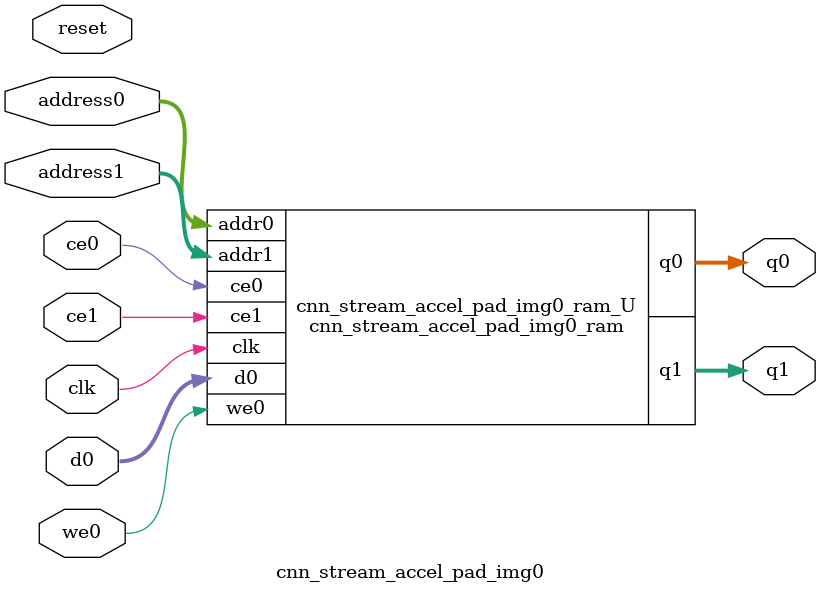
<source format=v>
`timescale 1 ns / 1 ps
module cnn_stream_accel_pad_img0_ram (addr0, ce0, d0, we0, q0, addr1, ce1, q1,  clk);

parameter DWIDTH = 32;
parameter AWIDTH = 11;
parameter MEM_SIZE = 1156;

input[AWIDTH-1:0] addr0;
input ce0;
input[DWIDTH-1:0] d0;
input we0;
output reg[DWIDTH-1:0] q0;
input[AWIDTH-1:0] addr1;
input ce1;
output reg[DWIDTH-1:0] q1;
input clk;

reg [DWIDTH-1:0] ram[0:MEM_SIZE-1];




always @(posedge clk)  
begin 
    if (ce0) begin
        if (we0) 
            ram[addr0] <= d0; 
        q0 <= ram[addr0];
    end
end


always @(posedge clk)  
begin 
    if (ce1) begin
        q1 <= ram[addr1];
    end
end


endmodule

`timescale 1 ns / 1 ps
module cnn_stream_accel_pad_img0(
    reset,
    clk,
    address0,
    ce0,
    we0,
    d0,
    q0,
    address1,
    ce1,
    q1);

parameter DataWidth = 32'd32;
parameter AddressRange = 32'd1156;
parameter AddressWidth = 32'd11;
input reset;
input clk;
input[AddressWidth - 1:0] address0;
input ce0;
input we0;
input[DataWidth - 1:0] d0;
output[DataWidth - 1:0] q0;
input[AddressWidth - 1:0] address1;
input ce1;
output[DataWidth - 1:0] q1;



cnn_stream_accel_pad_img0_ram cnn_stream_accel_pad_img0_ram_U(
    .clk( clk ),
    .addr0( address0 ),
    .ce0( ce0 ),
    .we0( we0 ),
    .d0( d0 ),
    .q0( q0 ),
    .addr1( address1 ),
    .ce1( ce1 ),
    .q1( q1 ));

endmodule


</source>
